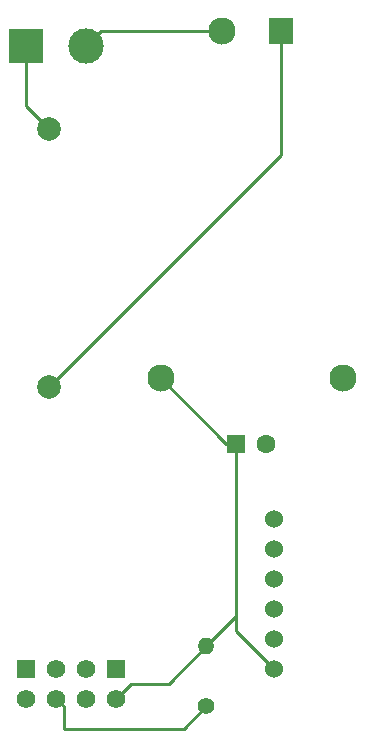
<source format=gbr>
%TF.GenerationSoftware,KiCad,Pcbnew,(5.1.9)-1*%
%TF.CreationDate,2021-08-24T10:45:27+02:00*%
%TF.ProjectId,PCB,5043422e-6b69-4636-9164-5f7063625858,rev?*%
%TF.SameCoordinates,Original*%
%TF.FileFunction,Copper,L1,Top*%
%TF.FilePolarity,Positive*%
%FSLAX46Y46*%
G04 Gerber Fmt 4.6, Leading zero omitted, Abs format (unit mm)*
G04 Created by KiCad (PCBNEW (5.1.9)-1) date 2021-08-24 10:45:27*
%MOMM*%
%LPD*%
G01*
G04 APERTURE LIST*
%TA.AperFunction,ComponentPad*%
%ADD10C,1.524000*%
%TD*%
%TA.AperFunction,ComponentPad*%
%ADD11C,1.575000*%
%TD*%
%TA.AperFunction,ComponentPad*%
%ADD12R,1.575000X1.575000*%
%TD*%
%TA.AperFunction,ComponentPad*%
%ADD13O,1.400000X1.400000*%
%TD*%
%TA.AperFunction,ComponentPad*%
%ADD14C,1.400000*%
%TD*%
%TA.AperFunction,ComponentPad*%
%ADD15C,2.300000*%
%TD*%
%TA.AperFunction,ComponentPad*%
%ADD16R,2.000000X2.300000*%
%TD*%
%TA.AperFunction,ComponentPad*%
%ADD17C,3.000000*%
%TD*%
%TA.AperFunction,ComponentPad*%
%ADD18R,3.000000X3.000000*%
%TD*%
%TA.AperFunction,ComponentPad*%
%ADD19C,2.000000*%
%TD*%
%TA.AperFunction,ComponentPad*%
%ADD20C,1.600000*%
%TD*%
%TA.AperFunction,ComponentPad*%
%ADD21R,1.600000X1.600000*%
%TD*%
%TA.AperFunction,Conductor*%
%ADD22C,0.250000*%
%TD*%
G04 APERTURE END LIST*
D10*
%TO.P,U2,6*%
%TO.N,Net-(U2-Pad6)*%
X118745000Y-86360000D03*
%TO.P,U2,5*%
%TO.N,Net-(U2-Pad5)*%
X118745000Y-88900000D03*
%TO.P,U2,4*%
%TO.N,Net-(U1-Pad2)*%
X118745000Y-91440000D03*
%TO.P,U2,3*%
%TO.N,Net-(U1-Pad3)*%
X118745000Y-93980000D03*
%TO.P,U2,2*%
%TO.N,Net-(C1-Pad2)*%
X118745000Y-96520000D03*
%TO.P,U2,1*%
%TO.N,Net-(C1-Pad1)*%
X118745000Y-99060000D03*
%TD*%
D11*
%TO.P,U1,8*%
%TO.N,Net-(C1-Pad1)*%
X105410000Y-101600000D03*
%TO.P,U1,7*%
%TO.N,Net-(U1-Pad7)*%
X102870000Y-101600000D03*
%TO.P,U1,6*%
%TO.N,Net-(R1-Pad1)*%
X100330000Y-101600000D03*
%TO.P,U1,5*%
%TO.N,Net-(U1-Pad5)*%
X97790000Y-101600000D03*
D12*
%TO.P,U1,4*%
%TO.N,Net-(C1-Pad2)*%
X97790000Y-99060000D03*
D11*
%TO.P,U1,3*%
%TO.N,Net-(U1-Pad3)*%
X100330000Y-99060000D03*
%TO.P,U1,2*%
%TO.N,Net-(U1-Pad2)*%
X102870000Y-99060000D03*
D12*
%TO.P,U1,1*%
%TO.N,Net-(U1-Pad1)*%
X105410000Y-99060000D03*
%TD*%
D13*
%TO.P,R1,2*%
%TO.N,Net-(C1-Pad1)*%
X113030000Y-97155000D03*
D14*
%TO.P,R1,1*%
%TO.N,Net-(R1-Pad1)*%
X113030000Y-102235000D03*
%TD*%
D15*
%TO.P,PS1,4*%
%TO.N,Net-(C1-Pad1)*%
X109180000Y-74485000D03*
%TO.P,PS1,2*%
%TO.N,Net-(J1-Pad2)*%
X114380000Y-45085000D03*
D16*
%TO.P,PS1,1*%
%TO.N,Net-(F1-Pad1)*%
X119380000Y-45085000D03*
D15*
%TO.P,PS1,3*%
%TO.N,Net-(C1-Pad2)*%
X124580000Y-74485000D03*
%TD*%
D17*
%TO.P,J1,2*%
%TO.N,Net-(J1-Pad2)*%
X102870000Y-46355000D03*
D18*
%TO.P,J1,1*%
%TO.N,Net-(F1-Pad2)*%
X97790000Y-46355000D03*
%TD*%
D19*
%TO.P,F1,2*%
%TO.N,Net-(F1-Pad2)*%
X99695000Y-53330000D03*
%TO.P,F1,1*%
%TO.N,Net-(F1-Pad1)*%
X99695000Y-75230000D03*
%TD*%
D20*
%TO.P,C1,2*%
%TO.N,Net-(C1-Pad2)*%
X118070000Y-80010000D03*
D21*
%TO.P,C1,1*%
%TO.N,Net-(C1-Pad1)*%
X115570000Y-80010000D03*
%TD*%
D22*
%TO.N,Net-(F1-Pad2)*%
X97790000Y-51425000D02*
X99695000Y-53330000D01*
X97790000Y-46355000D02*
X97790000Y-51425000D01*
%TO.N,Net-(F1-Pad1)*%
X119380000Y-55545000D02*
X99695000Y-75230000D01*
X119380000Y-45085000D02*
X119380000Y-55545000D01*
%TO.N,Net-(J1-Pad2)*%
X104140000Y-45085000D02*
X102870000Y-46355000D01*
X114380000Y-45085000D02*
X104140000Y-45085000D01*
%TO.N,Net-(C1-Pad1)*%
X114705000Y-80010000D02*
X115570000Y-80010000D01*
X109180000Y-74485000D02*
X114705000Y-80010000D01*
X115570000Y-94615000D02*
X113030000Y-97155000D01*
X115570000Y-80010000D02*
X115570000Y-94615000D01*
X115570000Y-95885000D02*
X118745000Y-99060000D01*
X115570000Y-94615000D02*
X115570000Y-95885000D01*
X113030000Y-97155000D02*
X109855000Y-100330000D01*
X106680000Y-100330000D02*
X105410000Y-101600000D01*
X109855000Y-100330000D02*
X106680000Y-100330000D01*
%TO.N,Net-(R1-Pad1)*%
X113030000Y-102235000D02*
X111125000Y-104140000D01*
X111125000Y-104140000D02*
X100965000Y-104140000D01*
X100965000Y-102235000D02*
X100330000Y-101600000D01*
X100965000Y-104140000D02*
X100965000Y-102235000D01*
%TD*%
M02*

</source>
